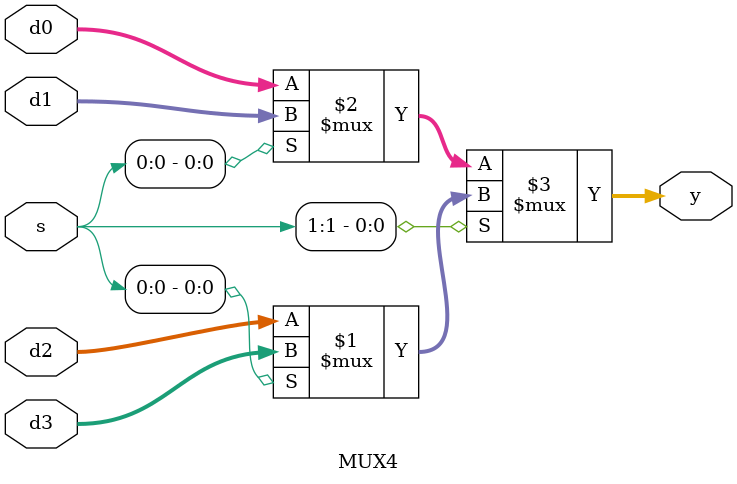
<source format=sv>
`timescale 1ns / 1ps


module MUX4(input logic [3:0] d0, d1, d2, d3,
input logic [1:0] s,
output logic [3:0] y);
assign y = s[1] ?
(s[0] ? d3 : d2):
(s[0] ? d1 : d0);
endmodule
</source>
